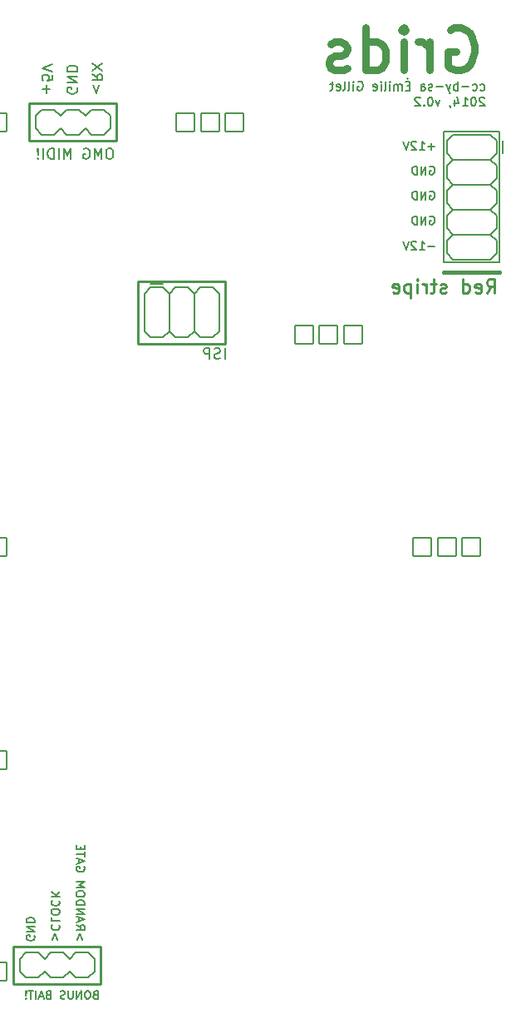
<source format=gbr>
%TF.GenerationSoftware,KiCad,Pcbnew,(6.0.11-0)*%
%TF.CreationDate,2023-03-06T22:39:13+01:00*%
%TF.ProjectId,grids,67726964-732e-46b6-9963-61645f706362,rev?*%
%TF.SameCoordinates,Original*%
%TF.FileFunction,Legend,Bot*%
%TF.FilePolarity,Positive*%
%FSLAX46Y46*%
G04 Gerber Fmt 4.6, Leading zero omitted, Abs format (unit mm)*
G04 Created by KiCad (PCBNEW (6.0.11-0)) date 2023-03-06 22:39:13*
%MOMM*%
%LPD*%
G01*
G04 APERTURE LIST*
G04 Aperture macros list*
%AMRoundRect*
0 Rectangle with rounded corners*
0 $1 Rounding radius*
0 $2 $3 $4 $5 $6 $7 $8 $9 X,Y pos of 4 corners*
0 Add a 4 corners polygon primitive as box body*
4,1,4,$2,$3,$4,$5,$6,$7,$8,$9,$2,$3,0*
0 Add four circle primitives for the rounded corners*
1,1,$1+$1,$2,$3*
1,1,$1+$1,$4,$5*
1,1,$1+$1,$6,$7*
1,1,$1+$1,$8,$9*
0 Add four rect primitives between the rounded corners*
20,1,$1+$1,$2,$3,$4,$5,0*
20,1,$1+$1,$4,$5,$6,$7,0*
20,1,$1+$1,$6,$7,$8,$9,0*
20,1,$1+$1,$8,$9,$2,$3,0*%
%AMFreePoly0*
4,1,25,0.493480,0.947373,0.498382,0.942882,0.942882,0.498382,0.964910,0.451141,0.965200,0.444500,0.965200,-0.444500,0.947373,-0.493480,0.942882,-0.498382,0.498382,-0.942882,0.451141,-0.964910,0.444500,-0.965200,-0.444500,-0.965200,-0.493480,-0.947373,-0.498382,-0.942882,-0.942882,-0.498382,-0.964910,-0.451141,-0.965200,-0.444500,-0.965200,0.444500,-0.947373,0.493480,-0.942882,0.498382,
-0.498382,0.942882,-0.451141,0.964910,-0.444500,0.965200,0.444500,0.965200,0.493480,0.947373,0.493480,0.947373,$1*%
%AMFreePoly1*
4,1,25,0.575031,1.328373,0.579933,1.323882,1.323882,0.579933,1.345910,0.532692,1.346200,0.526051,1.346200,-0.526051,1.328373,-0.575031,1.323882,-0.579933,0.579933,-1.323882,0.532692,-1.345910,0.526051,-1.346200,-0.526051,-1.346200,-0.575031,-1.328373,-0.579933,-1.323882,-1.323882,-0.579933,-1.345910,-0.532692,-1.346200,-0.526051,-1.346200,0.526051,-1.328373,0.575031,-1.323882,0.579933,
-0.579933,1.323882,-0.532692,1.345910,-0.526051,1.346200,0.526051,1.346200,0.575031,1.328373,0.575031,1.328373,$1*%
%AMFreePoly2*
4,1,25,0.301485,0.667973,0.306387,0.663482,0.663482,0.306387,0.685510,0.259146,0.685800,0.252505,0.685800,-0.252505,0.667973,-0.301485,0.663482,-0.306387,0.306387,-0.663482,0.259146,-0.685510,0.252505,-0.685800,-0.252505,-0.685800,-0.301485,-0.667973,-0.306387,-0.663482,-0.663482,-0.306387,-0.685510,-0.259146,-0.685800,-0.252505,-0.685800,0.252505,-0.667973,0.301485,-0.663482,0.306387,
-0.306387,0.663482,-0.259146,0.685510,-0.252505,0.685800,0.252505,0.685800,0.301485,0.667973,0.301485,0.667973,$1*%
%AMFreePoly3*
4,1,25,0.438258,0.998173,0.443160,0.993682,0.993682,0.443160,1.015710,0.395919,1.016000,0.389278,1.016000,-0.389278,0.998173,-0.438258,0.993682,-0.443160,0.443160,-0.993682,0.395919,-1.015710,0.389278,-1.016000,-0.389278,-1.016000,-0.438258,-0.998173,-0.443160,-0.993682,-0.993682,-0.443160,-1.015710,-0.395919,-1.016000,-0.389278,-1.016000,0.389278,-0.998173,0.438258,-0.993682,0.443160,
-0.443160,0.993682,-0.395919,1.015710,-0.389278,1.016000,0.389278,1.016000,0.438258,0.998173,0.438258,0.998173,$1*%
G04 Aperture macros list end*
%ADD10C,0.254000*%
%ADD11C,0.152400*%
%ADD12C,0.406400*%
%ADD13C,0.190500*%
%ADD14C,0.160020*%
%ADD15C,0.251460*%
%ADD16C,0.762000*%
%ADD17C,0.144780*%
%ADD18C,0.203200*%
%ADD19C,2.200000*%
%ADD20FreePoly0,90.000000*%
%ADD21RoundRect,0.076200X0.939800X-0.939800X0.939800X0.939800X-0.939800X0.939800X-0.939800X-0.939800X0*%
%ADD22FreePoly1,90.000000*%
%ADD23FreePoly2,180.000000*%
%ADD24C,1.502400*%
%ADD25RoundRect,0.076200X0.675000X-0.675000X0.675000X0.675000X-0.675000X0.675000X-0.675000X-0.675000X0*%
%ADD26C,2.032000*%
%ADD27FreePoly3,0.000000*%
%ADD28FreePoly3,270.000000*%
G04 APERTURE END LIST*
D10*
X136446100Y-154533600D02*
X145336100Y-154533600D01*
D11*
X180261100Y-67856100D02*
X180261100Y-81191100D01*
D10*
X158036100Y-83096100D02*
X149146100Y-83096100D01*
X136446100Y-150723600D02*
X136446100Y-154533600D01*
X146923600Y-64998600D02*
X138033600Y-64998600D01*
X138033600Y-64998600D02*
X138033600Y-68808600D01*
X158036100Y-89446100D02*
X158036100Y-83096100D01*
D12*
X180261100Y-82143600D02*
X185976100Y-82143600D01*
D10*
X149146100Y-89446100D02*
X158036100Y-89446100D01*
X145336100Y-150723600D02*
X136446100Y-150723600D01*
D11*
X180261100Y-81191100D02*
X185976100Y-81191100D01*
X185976100Y-81191100D02*
X185976100Y-67856100D01*
D10*
X146923600Y-68808600D02*
X146923600Y-64998600D01*
X149146100Y-83096100D02*
X149146100Y-89446100D01*
X145336100Y-154533600D02*
X145336100Y-150723600D01*
X138033600Y-68808600D02*
X146923600Y-68808600D01*
D11*
X180261100Y-67856100D02*
X185976100Y-67856100D01*
X178869059Y-73977500D02*
X178951306Y-73936376D01*
X179074678Y-73936376D01*
X179198049Y-73977500D01*
X179280297Y-74059747D01*
X179321420Y-74141995D01*
X179362544Y-74306490D01*
X179362544Y-74429861D01*
X179321420Y-74594357D01*
X179280297Y-74676604D01*
X179198049Y-74758852D01*
X179074678Y-74799976D01*
X178992430Y-74799976D01*
X178869059Y-74758852D01*
X178827935Y-74717728D01*
X178827935Y-74429861D01*
X178992430Y-74429861D01*
X178457820Y-74799976D02*
X178457820Y-73936376D01*
X177964335Y-74799976D01*
X177964335Y-73936376D01*
X177553097Y-74799976D02*
X177553097Y-73936376D01*
X177347478Y-73936376D01*
X177224106Y-73977500D01*
X177141859Y-74059747D01*
X177100735Y-74141995D01*
X177059611Y-74306490D01*
X177059611Y-74429861D01*
X177100735Y-74594357D01*
X177141859Y-74676604D01*
X177224106Y-74758852D01*
X177347478Y-74799976D01*
X177553097Y-74799976D01*
D13*
X157972751Y-90982195D02*
X157972751Y-89902695D01*
X157510108Y-90930790D02*
X157355894Y-90982195D01*
X157098870Y-90982195D01*
X156996060Y-90930790D01*
X156944655Y-90879385D01*
X156893251Y-90776576D01*
X156893251Y-90673766D01*
X156944655Y-90570957D01*
X156996060Y-90519552D01*
X157098870Y-90468147D01*
X157304489Y-90416742D01*
X157407298Y-90365338D01*
X157458703Y-90313933D01*
X157510108Y-90211123D01*
X157510108Y-90108314D01*
X157458703Y-90005504D01*
X157407298Y-89954100D01*
X157304489Y-89902695D01*
X157047465Y-89902695D01*
X156893251Y-89954100D01*
X156430608Y-90982195D02*
X156430608Y-89902695D01*
X156019370Y-89902695D01*
X155916560Y-89954100D01*
X155865155Y-90005504D01*
X155813751Y-90108314D01*
X155813751Y-90262528D01*
X155865155Y-90365338D01*
X155916560Y-90416742D01*
X156019370Y-90468147D01*
X156430608Y-90468147D01*
X139766242Y-63982751D02*
X139766242Y-63160275D01*
X139355004Y-63571513D02*
X140177480Y-63571513D01*
X140434504Y-62132179D02*
X140434504Y-62646227D01*
X139920457Y-62697632D01*
X139971861Y-62646227D01*
X140023266Y-62543417D01*
X140023266Y-62286394D01*
X139971861Y-62183584D01*
X139920457Y-62132179D01*
X139817647Y-62080775D01*
X139560623Y-62080775D01*
X139457814Y-62132179D01*
X139406409Y-62183584D01*
X139355004Y-62286394D01*
X139355004Y-62543417D01*
X139406409Y-62646227D01*
X139457814Y-62697632D01*
X140434504Y-61772346D02*
X139355004Y-61412513D01*
X140434504Y-61052679D01*
D14*
X184429367Y-64452500D02*
X184386187Y-64409320D01*
X184299827Y-64366140D01*
X184083927Y-64366140D01*
X183997567Y-64409320D01*
X183954387Y-64452500D01*
X183911207Y-64538860D01*
X183911207Y-64625220D01*
X183954387Y-64754760D01*
X184472547Y-65272920D01*
X183911207Y-65272920D01*
X183349867Y-64366140D02*
X183263507Y-64366140D01*
X183177147Y-64409320D01*
X183133967Y-64452500D01*
X183090787Y-64538860D01*
X183047607Y-64711580D01*
X183047607Y-64927480D01*
X183090787Y-65100200D01*
X183133967Y-65186560D01*
X183177147Y-65229740D01*
X183263507Y-65272920D01*
X183349867Y-65272920D01*
X183436227Y-65229740D01*
X183479407Y-65186560D01*
X183522587Y-65100200D01*
X183565767Y-64927480D01*
X183565767Y-64711580D01*
X183522587Y-64538860D01*
X183479407Y-64452500D01*
X183436227Y-64409320D01*
X183349867Y-64366140D01*
X182184007Y-65272920D02*
X182702167Y-65272920D01*
X182443087Y-65272920D02*
X182443087Y-64366140D01*
X182529447Y-64495680D01*
X182615807Y-64582040D01*
X182702167Y-64625220D01*
X181406767Y-64668400D02*
X181406767Y-65272920D01*
X181622667Y-64322960D02*
X181838567Y-64970660D01*
X181277227Y-64970660D01*
X180888607Y-65229740D02*
X180888607Y-65272920D01*
X180931787Y-65359280D01*
X180974967Y-65402460D01*
X179895467Y-64668400D02*
X179679567Y-65272920D01*
X179463667Y-64668400D01*
X178945507Y-64366140D02*
X178859147Y-64366140D01*
X178772787Y-64409320D01*
X178729607Y-64452500D01*
X178686427Y-64538860D01*
X178643247Y-64711580D01*
X178643247Y-64927480D01*
X178686427Y-65100200D01*
X178729607Y-65186560D01*
X178772787Y-65229740D01*
X178859147Y-65272920D01*
X178945507Y-65272920D01*
X179031867Y-65229740D01*
X179075047Y-65186560D01*
X179118227Y-65100200D01*
X179161407Y-64927480D01*
X179161407Y-64711580D01*
X179118227Y-64538860D01*
X179075047Y-64452500D01*
X179031867Y-64409320D01*
X178945507Y-64366140D01*
X178254627Y-65186560D02*
X178211447Y-65229740D01*
X178254627Y-65272920D01*
X178297807Y-65229740D01*
X178254627Y-65186560D01*
X178254627Y-65272920D01*
X177866007Y-64452500D02*
X177822827Y-64409320D01*
X177736467Y-64366140D01*
X177520567Y-64366140D01*
X177434207Y-64409320D01*
X177391027Y-64452500D01*
X177347847Y-64538860D01*
X177347847Y-64625220D01*
X177391027Y-64754760D01*
X177909187Y-65272920D01*
X177347847Y-65272920D01*
D11*
X143412957Y-150101420D02*
X143166214Y-149443440D01*
X142919471Y-150101420D01*
X142837223Y-148538716D02*
X143248461Y-148826582D01*
X142837223Y-149032201D02*
X143700823Y-149032201D01*
X143700823Y-148703211D01*
X143659700Y-148620963D01*
X143618576Y-148579840D01*
X143536328Y-148538716D01*
X143412957Y-148538716D01*
X143330709Y-148579840D01*
X143289585Y-148620963D01*
X143248461Y-148703211D01*
X143248461Y-149032201D01*
X143083966Y-148209725D02*
X143083966Y-147798487D01*
X142837223Y-148291973D02*
X143700823Y-148004106D01*
X142837223Y-147716240D01*
X142837223Y-147428373D02*
X143700823Y-147428373D01*
X142837223Y-146934887D01*
X143700823Y-146934887D01*
X142837223Y-146523649D02*
X143700823Y-146523649D01*
X143700823Y-146318030D01*
X143659700Y-146194659D01*
X143577452Y-146112411D01*
X143495204Y-146071287D01*
X143330709Y-146030163D01*
X143207338Y-146030163D01*
X143042842Y-146071287D01*
X142960595Y-146112411D01*
X142878347Y-146194659D01*
X142837223Y-146318030D01*
X142837223Y-146523649D01*
X143700823Y-145495554D02*
X143700823Y-145331059D01*
X143659700Y-145248811D01*
X143577452Y-145166563D01*
X143412957Y-145125440D01*
X143125090Y-145125440D01*
X142960595Y-145166563D01*
X142878347Y-145248811D01*
X142837223Y-145331059D01*
X142837223Y-145495554D01*
X142878347Y-145577801D01*
X142960595Y-145660049D01*
X143125090Y-145701173D01*
X143412957Y-145701173D01*
X143577452Y-145660049D01*
X143659700Y-145577801D01*
X143700823Y-145495554D01*
X142837223Y-144755325D02*
X143700823Y-144755325D01*
X143083966Y-144467459D01*
X143700823Y-144179592D01*
X142837223Y-144179592D01*
X143659700Y-142658011D02*
X143700823Y-142740259D01*
X143700823Y-142863630D01*
X143659700Y-142987001D01*
X143577452Y-143069249D01*
X143495204Y-143110373D01*
X143330709Y-143151497D01*
X143207338Y-143151497D01*
X143042842Y-143110373D01*
X142960595Y-143069249D01*
X142878347Y-142987001D01*
X142837223Y-142863630D01*
X142837223Y-142781382D01*
X142878347Y-142658011D01*
X142919471Y-142616887D01*
X143207338Y-142616887D01*
X143207338Y-142781382D01*
X143083966Y-142287897D02*
X143083966Y-141876659D01*
X142837223Y-142370144D02*
X143700823Y-142082278D01*
X142837223Y-141794411D01*
X143700823Y-141629916D02*
X143700823Y-141136430D01*
X142837223Y-141383173D02*
X143700823Y-141383173D01*
X143289585Y-140848563D02*
X143289585Y-140560697D01*
X142837223Y-140437325D02*
X142837223Y-140848563D01*
X143700823Y-140848563D01*
X143700823Y-140437325D01*
X140872957Y-150101420D02*
X140626214Y-149443440D01*
X140379471Y-150101420D01*
X140379471Y-148538716D02*
X140338347Y-148579840D01*
X140297223Y-148703211D01*
X140297223Y-148785459D01*
X140338347Y-148908830D01*
X140420595Y-148991078D01*
X140502842Y-149032201D01*
X140667338Y-149073325D01*
X140790709Y-149073325D01*
X140955204Y-149032201D01*
X141037452Y-148991078D01*
X141119700Y-148908830D01*
X141160823Y-148785459D01*
X141160823Y-148703211D01*
X141119700Y-148579840D01*
X141078576Y-148538716D01*
X140297223Y-147757363D02*
X140297223Y-148168601D01*
X141160823Y-148168601D01*
X141160823Y-147305001D02*
X141160823Y-147140506D01*
X141119700Y-147058259D01*
X141037452Y-146976011D01*
X140872957Y-146934887D01*
X140585090Y-146934887D01*
X140420595Y-146976011D01*
X140338347Y-147058259D01*
X140297223Y-147140506D01*
X140297223Y-147305001D01*
X140338347Y-147387249D01*
X140420595Y-147469497D01*
X140585090Y-147510620D01*
X140872957Y-147510620D01*
X141037452Y-147469497D01*
X141119700Y-147387249D01*
X141160823Y-147305001D01*
X140379471Y-146071287D02*
X140338347Y-146112411D01*
X140297223Y-146235782D01*
X140297223Y-146318030D01*
X140338347Y-146441401D01*
X140420595Y-146523649D01*
X140502842Y-146564773D01*
X140667338Y-146605897D01*
X140790709Y-146605897D01*
X140955204Y-146564773D01*
X141037452Y-146523649D01*
X141119700Y-146441401D01*
X141160823Y-146318030D01*
X141160823Y-146235782D01*
X141119700Y-146112411D01*
X141078576Y-146071287D01*
X140297223Y-145701173D02*
X141160823Y-145701173D01*
X140297223Y-145207687D02*
X140790709Y-145577801D01*
X141160823Y-145207687D02*
X140667338Y-145701173D01*
D13*
X142923100Y-63417298D02*
X142974504Y-63520108D01*
X142974504Y-63674322D01*
X142923100Y-63828536D01*
X142820290Y-63931346D01*
X142717480Y-63982751D01*
X142511861Y-64034155D01*
X142357647Y-64034155D01*
X142152028Y-63982751D01*
X142049219Y-63931346D01*
X141946409Y-63828536D01*
X141895004Y-63674322D01*
X141895004Y-63571513D01*
X141946409Y-63417298D01*
X141997814Y-63365894D01*
X142357647Y-63365894D01*
X142357647Y-63571513D01*
X141895004Y-62903251D02*
X142974504Y-62903251D01*
X141895004Y-62286394D01*
X142974504Y-62286394D01*
X141895004Y-61772346D02*
X142974504Y-61772346D01*
X142974504Y-61515322D01*
X142923100Y-61361108D01*
X142820290Y-61258298D01*
X142717480Y-61206894D01*
X142511861Y-61155489D01*
X142357647Y-61155489D01*
X142152028Y-61206894D01*
X142049219Y-61258298D01*
X141946409Y-61361108D01*
X141895004Y-61515322D01*
X141895004Y-61772346D01*
X146337132Y-69582695D02*
X146131513Y-69582695D01*
X146028703Y-69634100D01*
X145925894Y-69736909D01*
X145874489Y-69942528D01*
X145874489Y-70302361D01*
X145925894Y-70507980D01*
X146028703Y-70610790D01*
X146131513Y-70662195D01*
X146337132Y-70662195D01*
X146439941Y-70610790D01*
X146542751Y-70507980D01*
X146594155Y-70302361D01*
X146594155Y-69942528D01*
X146542751Y-69736909D01*
X146439941Y-69634100D01*
X146337132Y-69582695D01*
X145411846Y-70662195D02*
X145411846Y-69582695D01*
X145052013Y-70353766D01*
X144692179Y-69582695D01*
X144692179Y-70662195D01*
X143612679Y-69634100D02*
X143715489Y-69582695D01*
X143869703Y-69582695D01*
X144023917Y-69634100D01*
X144126727Y-69736909D01*
X144178132Y-69839719D01*
X144229536Y-70045338D01*
X144229536Y-70199552D01*
X144178132Y-70405171D01*
X144126727Y-70507980D01*
X144023917Y-70610790D01*
X143869703Y-70662195D01*
X143766894Y-70662195D01*
X143612679Y-70610790D01*
X143561275Y-70559385D01*
X143561275Y-70199552D01*
X143766894Y-70199552D01*
X142276155Y-70662195D02*
X142276155Y-69582695D01*
X141916322Y-70353766D01*
X141556489Y-69582695D01*
X141556489Y-70662195D01*
X141042441Y-70662195D02*
X141042441Y-69582695D01*
X140528394Y-70662195D02*
X140528394Y-69582695D01*
X140271370Y-69582695D01*
X140117155Y-69634100D01*
X140014346Y-69736909D01*
X139962941Y-69839719D01*
X139911536Y-70045338D01*
X139911536Y-70199552D01*
X139962941Y-70405171D01*
X140014346Y-70507980D01*
X140117155Y-70610790D01*
X140271370Y-70662195D01*
X140528394Y-70662195D01*
X139448894Y-70662195D02*
X139448894Y-69582695D01*
X138934846Y-70559385D02*
X138883441Y-70610790D01*
X138934846Y-70662195D01*
X138986251Y-70610790D01*
X138934846Y-70559385D01*
X138934846Y-70662195D01*
X138934846Y-70250957D02*
X138986251Y-69634100D01*
X138934846Y-69582695D01*
X138883441Y-69634100D01*
X138934846Y-70250957D01*
X138934846Y-69582695D01*
X145154671Y-63160275D02*
X144846242Y-63982751D01*
X144537814Y-63160275D01*
X144435004Y-62029370D02*
X144949052Y-62389203D01*
X144435004Y-62646227D02*
X145514504Y-62646227D01*
X145514504Y-62234989D01*
X145463100Y-62132179D01*
X145411695Y-62080775D01*
X145308885Y-62029370D01*
X145154671Y-62029370D01*
X145051861Y-62080775D01*
X145000457Y-62132179D01*
X144949052Y-62234989D01*
X144949052Y-62646227D01*
X145514504Y-61669536D02*
X144435004Y-60949870D01*
X145514504Y-60949870D02*
X144435004Y-61669536D01*
D11*
X138579700Y-149649059D02*
X138620823Y-149731306D01*
X138620823Y-149854678D01*
X138579700Y-149978049D01*
X138497452Y-150060297D01*
X138415204Y-150101420D01*
X138250709Y-150142544D01*
X138127338Y-150142544D01*
X137962842Y-150101420D01*
X137880595Y-150060297D01*
X137798347Y-149978049D01*
X137757223Y-149854678D01*
X137757223Y-149772430D01*
X137798347Y-149649059D01*
X137839471Y-149607935D01*
X138127338Y-149607935D01*
X138127338Y-149772430D01*
X137757223Y-149237820D02*
X138620823Y-149237820D01*
X137757223Y-148744335D01*
X138620823Y-148744335D01*
X137757223Y-148333097D02*
X138620823Y-148333097D01*
X138620823Y-148127478D01*
X138579700Y-148004106D01*
X138497452Y-147921859D01*
X138415204Y-147880735D01*
X138250709Y-147839611D01*
X138127338Y-147839611D01*
X137962842Y-147880735D01*
X137880595Y-147921859D01*
X137798347Y-148004106D01*
X137757223Y-148127478D01*
X137757223Y-148333097D01*
X178869059Y-76517500D02*
X178951306Y-76476376D01*
X179074678Y-76476376D01*
X179198049Y-76517500D01*
X179280297Y-76599747D01*
X179321420Y-76681995D01*
X179362544Y-76846490D01*
X179362544Y-76969861D01*
X179321420Y-77134357D01*
X179280297Y-77216604D01*
X179198049Y-77298852D01*
X179074678Y-77339976D01*
X178992430Y-77339976D01*
X178869059Y-77298852D01*
X178827935Y-77257728D01*
X178827935Y-76969861D01*
X178992430Y-76969861D01*
X178457820Y-77339976D02*
X178457820Y-76476376D01*
X177964335Y-77339976D01*
X177964335Y-76476376D01*
X177553097Y-77339976D02*
X177553097Y-76476376D01*
X177347478Y-76476376D01*
X177224106Y-76517500D01*
X177141859Y-76599747D01*
X177100735Y-76681995D01*
X177059611Y-76846490D01*
X177059611Y-76969861D01*
X177100735Y-77134357D01*
X177141859Y-77216604D01*
X177224106Y-77298852D01*
X177347478Y-77339976D01*
X177553097Y-77339976D01*
D15*
X184659128Y-84298245D02*
X185134108Y-83619702D01*
X185473379Y-84298245D02*
X185473379Y-82873305D01*
X184930545Y-82873305D01*
X184794836Y-82941160D01*
X184726982Y-83009014D01*
X184659128Y-83144722D01*
X184659128Y-83348285D01*
X184726982Y-83483994D01*
X184794836Y-83551848D01*
X184930545Y-83619702D01*
X185473379Y-83619702D01*
X183505605Y-84230391D02*
X183641313Y-84298245D01*
X183912731Y-84298245D01*
X184048439Y-84230391D01*
X184116293Y-84094682D01*
X184116293Y-83551848D01*
X184048439Y-83416140D01*
X183912731Y-83348285D01*
X183641313Y-83348285D01*
X183505605Y-83416140D01*
X183437751Y-83551848D01*
X183437751Y-83687557D01*
X184116293Y-83823265D01*
X182216373Y-84298245D02*
X182216373Y-82873305D01*
X182216373Y-84230391D02*
X182352082Y-84298245D01*
X182623499Y-84298245D01*
X182759208Y-84230391D01*
X182827062Y-84162537D01*
X182894916Y-84026828D01*
X182894916Y-83619702D01*
X182827062Y-83483994D01*
X182759208Y-83416140D01*
X182623499Y-83348285D01*
X182352082Y-83348285D01*
X182216373Y-83416140D01*
X180520016Y-84230391D02*
X180384308Y-84298245D01*
X180112891Y-84298245D01*
X179977182Y-84230391D01*
X179909328Y-84094682D01*
X179909328Y-84026828D01*
X179977182Y-83891120D01*
X180112891Y-83823265D01*
X180316453Y-83823265D01*
X180452162Y-83755411D01*
X180520016Y-83619702D01*
X180520016Y-83551848D01*
X180452162Y-83416140D01*
X180316453Y-83348285D01*
X180112891Y-83348285D01*
X179977182Y-83416140D01*
X179502202Y-83348285D02*
X178959368Y-83348285D01*
X179298639Y-82873305D02*
X179298639Y-84094682D01*
X179230785Y-84230391D01*
X179095076Y-84298245D01*
X178959368Y-84298245D01*
X178484388Y-84298245D02*
X178484388Y-83348285D01*
X178484388Y-83619702D02*
X178416533Y-83483994D01*
X178348679Y-83416140D01*
X178212971Y-83348285D01*
X178077262Y-83348285D01*
X177602282Y-84298245D02*
X177602282Y-83348285D01*
X177602282Y-82873305D02*
X177670136Y-82941160D01*
X177602282Y-83009014D01*
X177534428Y-82941160D01*
X177602282Y-82873305D01*
X177602282Y-83009014D01*
X176923739Y-83348285D02*
X176923739Y-84773225D01*
X176923739Y-83416140D02*
X176788031Y-83348285D01*
X176516613Y-83348285D01*
X176380905Y-83416140D01*
X176313051Y-83483994D01*
X176245196Y-83619702D01*
X176245196Y-84026828D01*
X176313051Y-84162537D01*
X176380905Y-84230391D01*
X176516613Y-84298245D01*
X176788031Y-84298245D01*
X176923739Y-84230391D01*
X175091673Y-84230391D02*
X175227382Y-84298245D01*
X175498799Y-84298245D01*
X175634508Y-84230391D01*
X175702362Y-84094682D01*
X175702362Y-83551848D01*
X175634508Y-83416140D01*
X175498799Y-83348285D01*
X175227382Y-83348285D01*
X175091673Y-83416140D01*
X175023819Y-83551848D01*
X175023819Y-83687557D01*
X175702362Y-83823265D01*
D16*
X180920895Y-57505600D02*
X181332133Y-57299980D01*
X181948990Y-57299980D01*
X182565847Y-57505600D01*
X182977085Y-57916838D01*
X183182704Y-58328076D01*
X183388323Y-59150552D01*
X183388323Y-59767409D01*
X183182704Y-60589885D01*
X182977085Y-61001123D01*
X182565847Y-61412361D01*
X181948990Y-61617980D01*
X181537752Y-61617980D01*
X180920895Y-61412361D01*
X180715276Y-61206742D01*
X180715276Y-59767409D01*
X181537752Y-59767409D01*
X178864704Y-61617980D02*
X178864704Y-58739314D01*
X178864704Y-59561790D02*
X178659085Y-59150552D01*
X178453466Y-58944933D01*
X178042228Y-58739314D01*
X177630990Y-58739314D01*
X176191657Y-61617980D02*
X176191657Y-58739314D01*
X176191657Y-57299980D02*
X176397276Y-57505600D01*
X176191657Y-57711219D01*
X175986038Y-57505600D01*
X176191657Y-57299980D01*
X176191657Y-57711219D01*
X172284895Y-61617980D02*
X172284895Y-57299980D01*
X172284895Y-61412361D02*
X172696133Y-61617980D01*
X173518609Y-61617980D01*
X173929847Y-61412361D01*
X174135466Y-61206742D01*
X174341085Y-60795504D01*
X174341085Y-59561790D01*
X174135466Y-59150552D01*
X173929847Y-58944933D01*
X173518609Y-58739314D01*
X172696133Y-58739314D01*
X172284895Y-58944933D01*
X170434323Y-61412361D02*
X170023085Y-61617980D01*
X169200609Y-61617980D01*
X168789371Y-61412361D01*
X168583752Y-61001123D01*
X168583752Y-60795504D01*
X168789371Y-60384266D01*
X169200609Y-60178647D01*
X169817466Y-60178647D01*
X170228704Y-59973028D01*
X170434323Y-59561790D01*
X170434323Y-59356171D01*
X170228704Y-58944933D01*
X169817466Y-58739314D01*
X169200609Y-58739314D01*
X168789371Y-58944933D01*
D17*
X144773181Y-155652288D02*
X144655978Y-155691356D01*
X144616911Y-155730423D01*
X144577843Y-155808559D01*
X144577843Y-155925761D01*
X144616911Y-156003897D01*
X144655978Y-156042964D01*
X144734113Y-156082032D01*
X145046654Y-156082032D01*
X145046654Y-155261612D01*
X144773181Y-155261612D01*
X144695046Y-155300680D01*
X144655978Y-155339747D01*
X144616911Y-155417882D01*
X144616911Y-155496018D01*
X144655978Y-155574153D01*
X144695046Y-155613220D01*
X144773181Y-155652288D01*
X145046654Y-155652288D01*
X144069964Y-155261612D02*
X143913693Y-155261612D01*
X143835558Y-155300680D01*
X143757423Y-155378815D01*
X143718355Y-155535085D01*
X143718355Y-155808559D01*
X143757423Y-155964829D01*
X143835558Y-156042964D01*
X143913693Y-156082032D01*
X144069964Y-156082032D01*
X144148099Y-156042964D01*
X144226234Y-155964829D01*
X144265302Y-155808559D01*
X144265302Y-155535085D01*
X144226234Y-155378815D01*
X144148099Y-155300680D01*
X144069964Y-155261612D01*
X143366747Y-156082032D02*
X143366747Y-155261612D01*
X142897935Y-156082032D01*
X142897935Y-155261612D01*
X142507259Y-155261612D02*
X142507259Y-155925761D01*
X142468192Y-156003897D01*
X142429124Y-156042964D01*
X142350989Y-156082032D01*
X142194718Y-156082032D01*
X142116583Y-156042964D01*
X142077515Y-156003897D01*
X142038448Y-155925761D01*
X142038448Y-155261612D01*
X141686839Y-156042964D02*
X141569636Y-156082032D01*
X141374298Y-156082032D01*
X141296163Y-156042964D01*
X141257095Y-156003897D01*
X141218028Y-155925761D01*
X141218028Y-155847626D01*
X141257095Y-155769491D01*
X141296163Y-155730423D01*
X141374298Y-155691356D01*
X141530569Y-155652288D01*
X141608704Y-155613220D01*
X141647772Y-155574153D01*
X141686839Y-155496018D01*
X141686839Y-155417882D01*
X141647772Y-155339747D01*
X141608704Y-155300680D01*
X141530569Y-155261612D01*
X141335231Y-155261612D01*
X141218028Y-155300680D01*
X139967864Y-155652288D02*
X139850661Y-155691356D01*
X139811593Y-155730423D01*
X139772526Y-155808559D01*
X139772526Y-155925761D01*
X139811593Y-156003897D01*
X139850661Y-156042964D01*
X139928796Y-156082032D01*
X140241337Y-156082032D01*
X140241337Y-155261612D01*
X139967864Y-155261612D01*
X139889729Y-155300680D01*
X139850661Y-155339747D01*
X139811593Y-155417882D01*
X139811593Y-155496018D01*
X139850661Y-155574153D01*
X139889729Y-155613220D01*
X139967864Y-155652288D01*
X140241337Y-155652288D01*
X139459985Y-155847626D02*
X139069309Y-155847626D01*
X139538120Y-156082032D02*
X139264647Y-155261612D01*
X138991173Y-156082032D01*
X138717700Y-156082032D02*
X138717700Y-155261612D01*
X138444227Y-155261612D02*
X137975415Y-155261612D01*
X138209821Y-156082032D02*
X138209821Y-155261612D01*
X137701942Y-156003897D02*
X137662874Y-156042964D01*
X137701942Y-156082032D01*
X137741010Y-156042964D01*
X137701942Y-156003897D01*
X137701942Y-156082032D01*
X137701942Y-155769491D02*
X137741010Y-155300680D01*
X137701942Y-155261612D01*
X137662874Y-155300680D01*
X137701942Y-155769491D01*
X137701942Y-155261612D01*
D11*
X179321420Y-79550985D02*
X178663440Y-79550985D01*
X177799840Y-79879976D02*
X178293325Y-79879976D01*
X178046582Y-79879976D02*
X178046582Y-79016376D01*
X178128830Y-79139747D01*
X178211078Y-79221995D01*
X178293325Y-79263119D01*
X177470849Y-79098623D02*
X177429725Y-79057500D01*
X177347478Y-79016376D01*
X177141859Y-79016376D01*
X177059611Y-79057500D01*
X177018487Y-79098623D01*
X176977363Y-79180871D01*
X176977363Y-79263119D01*
X177018487Y-79386490D01*
X177511973Y-79879976D01*
X176977363Y-79879976D01*
X176730620Y-79016376D02*
X176442754Y-79879976D01*
X176154887Y-79016376D01*
X178869059Y-71437500D02*
X178951306Y-71396376D01*
X179074678Y-71396376D01*
X179198049Y-71437500D01*
X179280297Y-71519747D01*
X179321420Y-71601995D01*
X179362544Y-71766490D01*
X179362544Y-71889861D01*
X179321420Y-72054357D01*
X179280297Y-72136604D01*
X179198049Y-72218852D01*
X179074678Y-72259976D01*
X178992430Y-72259976D01*
X178869059Y-72218852D01*
X178827935Y-72177728D01*
X178827935Y-71889861D01*
X178992430Y-71889861D01*
X178457820Y-72259976D02*
X178457820Y-71396376D01*
X177964335Y-72259976D01*
X177964335Y-71396376D01*
X177553097Y-72259976D02*
X177553097Y-71396376D01*
X177347478Y-71396376D01*
X177224106Y-71437500D01*
X177141859Y-71519747D01*
X177100735Y-71601995D01*
X177059611Y-71766490D01*
X177059611Y-71889861D01*
X177100735Y-72054357D01*
X177141859Y-72136604D01*
X177224106Y-72218852D01*
X177347478Y-72259976D01*
X177553097Y-72259976D01*
D14*
X183997567Y-63642240D02*
X184083927Y-63685420D01*
X184256647Y-63685420D01*
X184343007Y-63642240D01*
X184386187Y-63599060D01*
X184429367Y-63512700D01*
X184429367Y-63253620D01*
X184386187Y-63167260D01*
X184343007Y-63124080D01*
X184256647Y-63080900D01*
X184083927Y-63080900D01*
X183997567Y-63124080D01*
X183220327Y-63642240D02*
X183306687Y-63685420D01*
X183479407Y-63685420D01*
X183565767Y-63642240D01*
X183608947Y-63599060D01*
X183652127Y-63512700D01*
X183652127Y-63253620D01*
X183608947Y-63167260D01*
X183565767Y-63124080D01*
X183479407Y-63080900D01*
X183306687Y-63080900D01*
X183220327Y-63124080D01*
X182831707Y-63339980D02*
X182140827Y-63339980D01*
X181709027Y-63685420D02*
X181709027Y-62778640D01*
X181709027Y-63124080D02*
X181622667Y-63080900D01*
X181449947Y-63080900D01*
X181363587Y-63124080D01*
X181320407Y-63167260D01*
X181277227Y-63253620D01*
X181277227Y-63512700D01*
X181320407Y-63599060D01*
X181363587Y-63642240D01*
X181449947Y-63685420D01*
X181622667Y-63685420D01*
X181709027Y-63642240D01*
X180974967Y-63080900D02*
X180759067Y-63685420D01*
X180543167Y-63080900D02*
X180759067Y-63685420D01*
X180845427Y-63901320D01*
X180888607Y-63944500D01*
X180974967Y-63987680D01*
X180197727Y-63339980D02*
X179506847Y-63339980D01*
X179118227Y-63642240D02*
X179031867Y-63685420D01*
X178859147Y-63685420D01*
X178772787Y-63642240D01*
X178729607Y-63555880D01*
X178729607Y-63512700D01*
X178772787Y-63426340D01*
X178859147Y-63383160D01*
X178988687Y-63383160D01*
X179075047Y-63339980D01*
X179118227Y-63253620D01*
X179118227Y-63210440D01*
X179075047Y-63124080D01*
X178988687Y-63080900D01*
X178859147Y-63080900D01*
X178772787Y-63124080D01*
X177952367Y-63685420D02*
X177952367Y-63210440D01*
X177995547Y-63124080D01*
X178081907Y-63080900D01*
X178254627Y-63080900D01*
X178340987Y-63124080D01*
X177952367Y-63642240D02*
X178038727Y-63685420D01*
X178254627Y-63685420D01*
X178340987Y-63642240D01*
X178384167Y-63555880D01*
X178384167Y-63469520D01*
X178340987Y-63383160D01*
X178254627Y-63339980D01*
X178038727Y-63339980D01*
X177952367Y-63296800D01*
X176829687Y-63210440D02*
X176527427Y-63210440D01*
X176397887Y-63685420D02*
X176829687Y-63685420D01*
X176829687Y-62778640D01*
X176397887Y-62778640D01*
X176527427Y-62433200D02*
X176656967Y-62562740D01*
X176009267Y-63685420D02*
X176009267Y-63080900D01*
X176009267Y-63167260D02*
X175966087Y-63124080D01*
X175879727Y-63080900D01*
X175750187Y-63080900D01*
X175663827Y-63124080D01*
X175620647Y-63210440D01*
X175620647Y-63685420D01*
X175620647Y-63210440D02*
X175577467Y-63124080D01*
X175491107Y-63080900D01*
X175361567Y-63080900D01*
X175275207Y-63124080D01*
X175232027Y-63210440D01*
X175232027Y-63685420D01*
X174800227Y-63685420D02*
X174800227Y-63080900D01*
X174800227Y-62778640D02*
X174843407Y-62821820D01*
X174800227Y-62865000D01*
X174757047Y-62821820D01*
X174800227Y-62778640D01*
X174800227Y-62865000D01*
X174238887Y-63685420D02*
X174325247Y-63642240D01*
X174368427Y-63555880D01*
X174368427Y-62778640D01*
X173893447Y-63685420D02*
X173893447Y-63080900D01*
X173893447Y-62778640D02*
X173936627Y-62821820D01*
X173893447Y-62865000D01*
X173850267Y-62821820D01*
X173893447Y-62778640D01*
X173893447Y-62865000D01*
X173116207Y-63642240D02*
X173202567Y-63685420D01*
X173375287Y-63685420D01*
X173461647Y-63642240D01*
X173504827Y-63555880D01*
X173504827Y-63210440D01*
X173461647Y-63124080D01*
X173375287Y-63080900D01*
X173202567Y-63080900D01*
X173116207Y-63124080D01*
X173073027Y-63210440D01*
X173073027Y-63296800D01*
X173504827Y-63383160D01*
X171518547Y-62821820D02*
X171604907Y-62778640D01*
X171734447Y-62778640D01*
X171863987Y-62821820D01*
X171950347Y-62908180D01*
X171993527Y-62994540D01*
X172036707Y-63167260D01*
X172036707Y-63296800D01*
X171993527Y-63469520D01*
X171950347Y-63555880D01*
X171863987Y-63642240D01*
X171734447Y-63685420D01*
X171648087Y-63685420D01*
X171518547Y-63642240D01*
X171475367Y-63599060D01*
X171475367Y-63296800D01*
X171648087Y-63296800D01*
X171086747Y-63685420D02*
X171086747Y-63080900D01*
X171086747Y-62778640D02*
X171129927Y-62821820D01*
X171086747Y-62865000D01*
X171043567Y-62821820D01*
X171086747Y-62778640D01*
X171086747Y-62865000D01*
X170525407Y-63685420D02*
X170611767Y-63642240D01*
X170654947Y-63555880D01*
X170654947Y-62778640D01*
X170050427Y-63685420D02*
X170136787Y-63642240D01*
X170179967Y-63555880D01*
X170179967Y-62778640D01*
X169359547Y-63642240D02*
X169445907Y-63685420D01*
X169618627Y-63685420D01*
X169704987Y-63642240D01*
X169748167Y-63555880D01*
X169748167Y-63210440D01*
X169704987Y-63124080D01*
X169618627Y-63080900D01*
X169445907Y-63080900D01*
X169359547Y-63124080D01*
X169316367Y-63210440D01*
X169316367Y-63296800D01*
X169748167Y-63383160D01*
X169057287Y-63080900D02*
X168711847Y-63080900D01*
X168927747Y-62778640D02*
X168927747Y-63555880D01*
X168884567Y-63642240D01*
X168798207Y-63685420D01*
X168711847Y-63685420D01*
D11*
X179321420Y-69390985D02*
X178663440Y-69390985D01*
X178992430Y-69719976D02*
X178992430Y-69061995D01*
X177799840Y-69719976D02*
X178293325Y-69719976D01*
X178046582Y-69719976D02*
X178046582Y-68856376D01*
X178128830Y-68979747D01*
X178211078Y-69061995D01*
X178293325Y-69103119D01*
X177470849Y-68938623D02*
X177429725Y-68897500D01*
X177347478Y-68856376D01*
X177141859Y-68856376D01*
X177059611Y-68897500D01*
X177018487Y-68938623D01*
X176977363Y-69020871D01*
X176977363Y-69103119D01*
X177018487Y-69226490D01*
X177511973Y-69719976D01*
X176977363Y-69719976D01*
X176730620Y-68856376D02*
X176442754Y-69719976D01*
X176154887Y-68856376D01*
D18*
%TO.C,JP1*%
X144701100Y-151993600D02*
X144066100Y-151358600D01*
X140256100Y-151358600D02*
X139621100Y-151993600D01*
X138986100Y-153898600D02*
X139621100Y-153263600D01*
X142796100Y-153898600D02*
X144066100Y-153898600D01*
X137716100Y-153898600D02*
X137081100Y-153263600D01*
X139621100Y-153263600D02*
X140256100Y-153898600D01*
X139621100Y-151993600D02*
X138986100Y-151358600D01*
X144701100Y-153263600D02*
X144701100Y-151993600D01*
X142796100Y-151358600D02*
X142161100Y-151993600D01*
X144066100Y-153898600D02*
X144701100Y-153263600D01*
X142161100Y-153263600D02*
X142796100Y-153898600D01*
X144066100Y-151358600D02*
X142796100Y-151358600D01*
X137081100Y-153263600D02*
X137081100Y-151993600D01*
X138986100Y-151358600D02*
X137716100Y-151358600D01*
X137081100Y-151993600D02*
X137716100Y-151358600D01*
X141526100Y-151358600D02*
X140256100Y-151358600D01*
X141526100Y-153898600D02*
X142161100Y-153263600D01*
X140256100Y-153898600D02*
X141526100Y-153898600D01*
X137716100Y-153898600D02*
X138986100Y-153898600D01*
X142161100Y-151993600D02*
X141526100Y-151358600D01*
%TO.C,J15*%
X155496100Y-88811100D02*
X156766100Y-88811100D01*
X154226100Y-83731100D02*
X154861100Y-84366100D01*
X157401100Y-88176100D02*
X157401100Y-84366100D01*
X155496100Y-83731100D02*
X156766100Y-83731100D01*
X152956100Y-88811100D02*
X154226100Y-88811100D01*
X152956100Y-83731100D02*
X154226100Y-83731100D01*
X150416100Y-83731100D02*
X151686100Y-83731100D01*
X150416100Y-88811100D02*
X151686100Y-88811100D01*
X149781100Y-84366100D02*
X149781100Y-88176100D01*
X151686100Y-88811100D02*
X152321100Y-88176100D01*
X154861100Y-88176100D02*
X155496100Y-88811100D01*
X151686100Y-83731100D02*
X152321100Y-84366100D01*
X154226100Y-88811100D02*
X154861100Y-88176100D01*
X149781100Y-88176100D02*
X150416100Y-88811100D01*
X152321100Y-84366100D02*
X152956100Y-83731100D01*
X152321100Y-88176100D02*
X152321100Y-84366100D01*
X156766100Y-88811100D02*
X157401100Y-88176100D01*
X151686100Y-83396100D02*
X150416100Y-83396100D01*
X149781100Y-84366100D02*
X150416100Y-83731100D01*
X152321100Y-88176100D02*
X152956100Y-88811100D01*
X154861100Y-84366100D02*
X155496100Y-83731100D01*
X156766100Y-83731100D02*
X157401100Y-84366100D01*
X154861100Y-88176100D02*
X154861100Y-84366100D01*
D11*
%TO.C,J16*%
X180578600Y-78968600D02*
X180578600Y-80238600D01*
X181213600Y-78333600D02*
X180578600Y-78968600D01*
X185658600Y-72618600D02*
X185023600Y-73253600D01*
D18*
X186293600Y-68808600D02*
X186293600Y-70078600D01*
D11*
X180578600Y-70078600D02*
X181213600Y-70713600D01*
X185023600Y-70713600D02*
X185658600Y-71348600D01*
X185658600Y-76428600D02*
X185658600Y-77698600D01*
X185658600Y-75158600D02*
X185023600Y-75793600D01*
X185658600Y-78968600D02*
X185658600Y-80238600D01*
X185023600Y-73253600D02*
X185658600Y-73888600D01*
X181213600Y-75793600D02*
X185023600Y-75793600D01*
X185658600Y-68808600D02*
X185658600Y-70078600D01*
X180578600Y-72618600D02*
X181213600Y-73253600D01*
X180578600Y-77698600D02*
X181213600Y-78333600D01*
X181213600Y-68173600D02*
X180578600Y-68808600D01*
X180578600Y-71348600D02*
X180578600Y-72618600D01*
X180578600Y-73888600D02*
X180578600Y-75158600D01*
X185023600Y-78333600D02*
X185658600Y-78968600D01*
X180578600Y-75158600D02*
X181213600Y-75793600D01*
X181213600Y-73253600D02*
X185023600Y-73253600D01*
X181213600Y-80873600D02*
X185023600Y-80873600D01*
X180578600Y-80238600D02*
X181213600Y-80873600D01*
X185023600Y-68173600D02*
X181213600Y-68173600D01*
X181213600Y-70713600D02*
X185023600Y-70713600D01*
X185658600Y-73888600D02*
X185658600Y-75158600D01*
X181213600Y-70713600D02*
X180578600Y-71348600D01*
X185658600Y-70078600D02*
X185023600Y-70713600D01*
X180578600Y-76428600D02*
X180578600Y-77698600D01*
X185658600Y-77698600D02*
X185023600Y-78333600D01*
X181213600Y-73253600D02*
X180578600Y-73888600D01*
X181213600Y-75793600D02*
X180578600Y-76428600D01*
X185658600Y-71348600D02*
X185658600Y-72618600D01*
X180578600Y-68808600D02*
X180578600Y-70078600D01*
X181213600Y-78333600D02*
X185023600Y-78333600D01*
X185023600Y-75793600D02*
X185658600Y-76428600D01*
X185023600Y-68173600D02*
X185658600Y-68808600D01*
X185658600Y-80238600D02*
X185023600Y-80873600D01*
G36*
X184642600Y-74777600D02*
G01*
X184134600Y-74777600D01*
X184134600Y-74269600D01*
X184642600Y-74269600D01*
X184642600Y-74777600D01*
G37*
D18*
%TO.C,JP2*%
X146288600Y-67538600D02*
X145653600Y-68173600D01*
X140573600Y-65633600D02*
X139303600Y-65633600D01*
X140573600Y-68173600D02*
X141208600Y-67538600D01*
X143113600Y-65633600D02*
X141843600Y-65633600D01*
X139303600Y-65633600D02*
X138668600Y-66268600D01*
X143748600Y-66268600D02*
X143113600Y-65633600D01*
X139303600Y-68173600D02*
X140573600Y-68173600D01*
X141208600Y-66268600D02*
X140573600Y-65633600D01*
X143113600Y-68173600D02*
X143748600Y-67538600D01*
X144383600Y-65633600D02*
X143748600Y-66268600D01*
X141208600Y-67538600D02*
X141843600Y-68173600D01*
X145653600Y-65633600D02*
X144383600Y-65633600D01*
X141843600Y-68173600D02*
X143113600Y-68173600D01*
X146288600Y-66268600D02*
X146288600Y-67538600D01*
X145653600Y-65633600D02*
X146288600Y-66268600D01*
X138668600Y-66268600D02*
X138668600Y-67538600D01*
X138668600Y-67538600D02*
X139303600Y-68173600D01*
X144383600Y-68173600D02*
X145653600Y-68173600D01*
X143748600Y-67538600D02*
X144383600Y-68173600D01*
X141843600Y-65633600D02*
X141208600Y-66268600D01*
%TD*%
%LPC*%
D19*
%TO.C,J4*%
X117713600Y-124688600D03*
D20*
X123428600Y-124688600D03*
X120888600Y-124688600D03*
X113268600Y-124688600D03*
%TD*%
D19*
%TO.C,J13*%
X168513600Y-150088600D03*
D20*
X174228600Y-150088600D03*
X171688600Y-150088600D03*
X164068600Y-150088600D03*
%TD*%
D19*
%TO.C,J9*%
X168513600Y-138023600D03*
D20*
X174228600Y-138023600D03*
X171688600Y-138023600D03*
X164068600Y-138023600D03*
%TD*%
D19*
%TO.C,J8*%
X156448600Y-138023600D03*
D20*
X162163600Y-138023600D03*
X159623600Y-138023600D03*
X152003600Y-138023600D03*
%TD*%
D19*
%TO.C,J6*%
X168513600Y-125958600D03*
D20*
X174228600Y-125958600D03*
X171688600Y-125958600D03*
X164068600Y-125958600D03*
%TD*%
D21*
%TO.C,R1*%
X134818600Y-66918600D03*
X132318600Y-66918600D03*
X129818600Y-66918600D03*
D22*
X137018600Y-59918600D03*
X127618600Y-59918600D03*
%TD*%
D21*
%TO.C,R42*%
X134818600Y-131788600D03*
X132318600Y-131788600D03*
X129818600Y-131788600D03*
D22*
X136718600Y-124688600D03*
X127918600Y-124688600D03*
%TD*%
D19*
%TO.C,J10*%
X180578600Y-138023600D03*
D20*
X186293600Y-138023600D03*
X183753600Y-138023600D03*
X176133600Y-138023600D03*
%TD*%
D19*
%TO.C,J3*%
X117713600Y-103098600D03*
D20*
X123428600Y-103098600D03*
X120888600Y-103098600D03*
X113268600Y-103098600D03*
%TD*%
D21*
%TO.C,R2*%
X158948600Y-66918600D03*
X156448600Y-66918600D03*
X153948600Y-66918600D03*
D22*
X161148600Y-59918600D03*
X151748600Y-59918600D03*
%TD*%
D23*
%TO.C,LED2*%
X157718600Y-115798600D03*
X155178600Y-115798600D03*
%TD*%
D19*
%TO.C,J7*%
X180578600Y-125958600D03*
D20*
X186293600Y-125958600D03*
X183753600Y-125958600D03*
X176133600Y-125958600D03*
%TD*%
D19*
%TO.C,J11*%
X117713600Y-146278600D03*
D20*
X123428600Y-146278600D03*
X120888600Y-146278600D03*
X113268600Y-146278600D03*
%TD*%
D19*
%TO.C,J1*%
X117713600Y-59918600D03*
D20*
X123428600Y-59918600D03*
X120888600Y-59918600D03*
X113268600Y-59918600D03*
%TD*%
D19*
%TO.C,J5*%
X156448600Y-125958600D03*
D20*
X162163600Y-125958600D03*
X159623600Y-125958600D03*
X152003600Y-125958600D03*
%TD*%
D23*
%TO.C,LED3*%
X169783600Y-115798600D03*
X167243600Y-115798600D03*
%TD*%
D21*
%TO.C,R25*%
X134818600Y-110098600D03*
X132318600Y-110098600D03*
X129818600Y-110098600D03*
D22*
X137018600Y-103098600D03*
X127618600Y-103098600D03*
%TD*%
D19*
%TO.C,J14*%
X180578600Y-150088600D03*
D20*
X186293600Y-150088600D03*
X183753600Y-150088600D03*
X176133600Y-150088600D03*
%TD*%
D21*
%TO.C,R46*%
X134818600Y-153278600D03*
X132318600Y-153278600D03*
X129818600Y-153278600D03*
D22*
X137018600Y-146278600D03*
X127618600Y-146278600D03*
%TD*%
D19*
%TO.C,J2*%
X117713600Y-81508600D03*
D20*
X123428600Y-81508600D03*
X120888600Y-81508600D03*
X113268600Y-81508600D03*
%TD*%
D21*
%TO.C,R5*%
X171013600Y-88508600D03*
X168513600Y-88508600D03*
X166013600Y-88508600D03*
D22*
X173213600Y-81508600D03*
X163813600Y-81508600D03*
%TD*%
D23*
%TO.C,LED4*%
X181848600Y-115798600D03*
X179308600Y-115798600D03*
%TD*%
D21*
%TO.C,R26*%
X183078600Y-110098600D03*
X180578600Y-110098600D03*
X178078600Y-110098600D03*
D22*
X185278600Y-103098600D03*
X175878600Y-103098600D03*
%TD*%
D19*
%TO.C,J12*%
X156448600Y-150088600D03*
D20*
X162163600Y-150088600D03*
X159623600Y-150088600D03*
X152003600Y-150088600D03*
%TD*%
D24*
%TO.C,SW1*%
X134818600Y-79000000D03*
X134818600Y-84000000D03*
D25*
X129818600Y-79000000D03*
D24*
X129318600Y-81500000D03*
X135318600Y-81500000D03*
X129818600Y-84000000D03*
%TD*%
D26*
%TO.C,JP1*%
X138351100Y-152628600D03*
X140891100Y-152628600D03*
X143431100Y-152628600D03*
%TD*%
D27*
%TO.C,J15*%
X151051100Y-85001100D03*
X151051100Y-87541100D03*
X153591100Y-85001100D03*
X153591100Y-87541100D03*
X156131100Y-85001100D03*
X156131100Y-87541100D03*
%TD*%
D28*
%TO.C,J16*%
X184388600Y-69443600D03*
X181848600Y-69443600D03*
X184388600Y-71983600D03*
X181848600Y-71983600D03*
X184388600Y-74523600D03*
X181848600Y-74523600D03*
X184388600Y-77063600D03*
X181848600Y-77063600D03*
X184388600Y-79603600D03*
X181848600Y-79603600D03*
%TD*%
D26*
%TO.C,JP2*%
X145018600Y-66903600D03*
X142478600Y-66903600D03*
X139938600Y-66903600D03*
%TD*%
M02*

</source>
